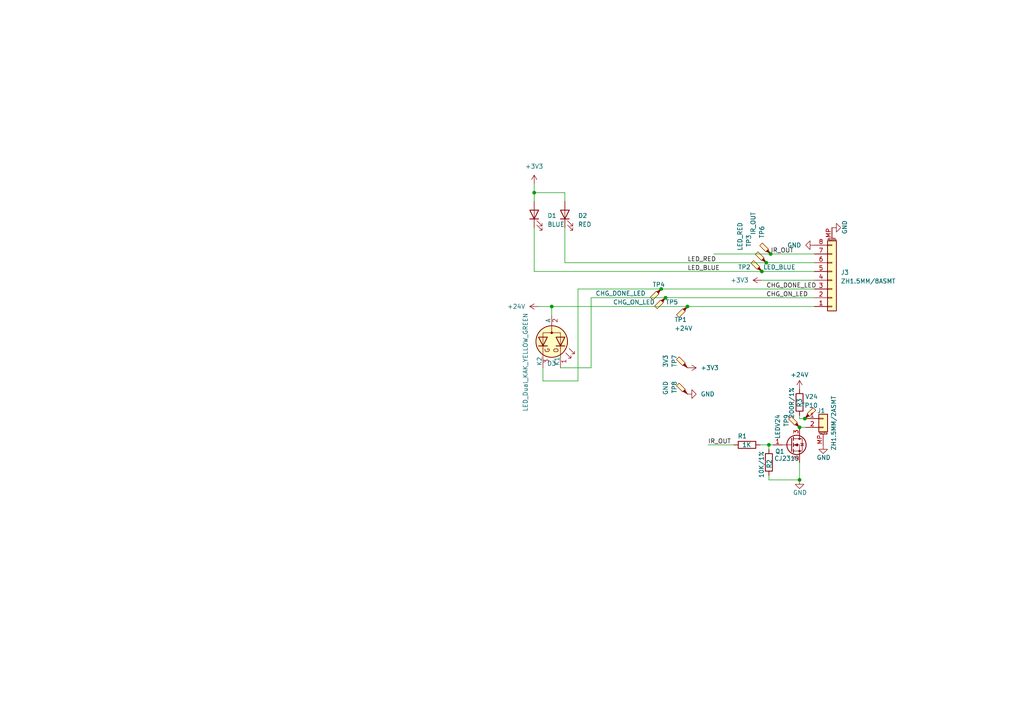
<source format=kicad_sch>
(kicad_sch (version 20230121) (generator eeschema)
  (paper "A4")
  (title_block (title "EHDS-01-LED") (date "2022-11-16") (rev "V0.1"))
  (lib_symbols
    (symbol "Connector:TestPoint_Probe" (pin_numbers hide) (pin_names (offset 0.762) hide)
      (property "Reference" "TP" (at 1.651 5.842 0))
      (property "Value" "TestPoint_Probe" (at 1.651 4.064 0))
      (symbol "TestPoint_Probe_0_1"
        (polyline (pts (xy 1.27 0.762) (xy 0 0) (xy 0.762 1.27) (xy 1.27 0.762)) (fill (type outline)))
        (polyline (pts (xy 1.397 0.635) (xy 0.635 1.397) (xy 2.413 3.175) (xy 3.175 2.413) (xy 1.397 0.635)) (fill (type background)))
      )
      (symbol "TestPoint_Probe_1_1"
        (pin passive line (at 0 0 90) (length 0) (name "1") (number "1"))
      )
    )
    (symbol "Connector_Generic_MountingPin:Conn_01x02_MountingPin" (pin_names (offset 1.016) hide)
      (property "Reference" "J" (at 0 2.54 0))
      (property "Value" "Conn_01x02_MountingPin" (at 1.27 -5.08 0))
      (symbol "Conn_01x02_MountingPin_1_1"
        (rectangle (start -1.27 -2.413) (end 0 -2.667) (stroke (width 0.1524)))
        (rectangle (start -1.27 0.127) (end 0 -0.127) (stroke (width 0.1524)))
        (rectangle (start -1.27 1.27) (end 1.27 -3.81) (stroke (width 0.254)) (fill (type background)))
        (polyline (pts (xy -1.016 -4.572) (xy 1.016 -4.572)) (stroke (width 0.1524)))
        (text "Mounting" (at 0 -4.191 0) (effects (font (size 0.381 0.381))))
        (pin passive line (at -5.08 0 0) (length 3.81) (name "Pin_1") (number "1"))
        (pin passive line (at -5.08 -2.54 0) (length 3.81) (name "Pin_2") (number "2"))
        (pin passive line (at 0 -7.62 90) (length 3.048) (name "MountPin") (number "MP"))
      )
    )
    (symbol "Connector_Generic_MountingPin:Conn_01x08_MountingPin" (pin_names (offset 1.016) hide)
      (property "Reference" "J" (at 0 10.16 0))
      (property "Value" "Conn_01x08_MountingPin" (at 1.27 -12.7 0))
      (symbol "Conn_01x08_MountingPin_1_1"
        (rectangle (start -1.27 -10.033) (end 0 -10.287) (stroke (width 0.1524)))
        (rectangle (start -1.27 -7.493) (end 0 -7.747) (stroke (width 0.1524)))
        (rectangle (start -1.27 -4.953) (end 0 -5.207) (stroke (width 0.1524)))
        (rectangle (start -1.27 -2.413) (end 0 -2.667) (stroke (width 0.1524)))
        (rectangle (start -1.27 0.127) (end 0 -0.127) (stroke (width 0.1524)))
        (rectangle (start -1.27 2.667) (end 0 2.413) (stroke (width 0.1524)))
        (rectangle (start -1.27 5.207) (end 0 4.953) (stroke (width 0.1524)))
        (rectangle (start -1.27 7.747) (end 0 7.493) (stroke (width 0.1524)))
        (rectangle (start -1.27 8.89) (end 1.27 -11.43) (stroke (width 0.254)) (fill (type background)))
        (polyline (pts (xy -1.016 -12.192) (xy 1.016 -12.192)) (stroke (width 0.1524)))
        (text "Mounting" (at 0 -11.811 0) (effects (font (size 0.381 0.381))))
        (pin passive line (at -5.08 7.62 0) (length 3.81) (name "Pin_1") (number "1"))
        (pin passive line (at -5.08 5.08 0) (length 3.81) (name "Pin_2") (number "2"))
        (pin passive line (at -5.08 2.54 0) (length 3.81) (name "Pin_3") (number "3"))
        (pin passive line (at -5.08 0 0) (length 3.81) (name "Pin_4") (number "4"))
        (pin passive line (at -5.08 -2.54 0) (length 3.81) (name "Pin_5") (number "5"))
        (pin passive line (at -5.08 -5.08 0) (length 3.81) (name "Pin_6") (number "6"))
        (pin passive line (at -5.08 -7.62 0) (length 3.81) (name "Pin_7") (number "7"))
        (pin passive line (at -5.08 -10.16 0) (length 3.81) (name "Pin_8") (number "8"))
        (pin passive line (at 0 -15.24 90) (length 3.048) (name "MountPin") (number "MP"))
      )
    )
    (symbol "Device:LED" (pin_numbers hide) (pin_names (offset 1.016) hide)
      (property "Reference" "D" (at 0 2.54 0))
      (property "Value" "LED" (at 0 -2.54 0))
      (symbol "LED_0_1"
        (polyline (pts (xy -1.27 -1.27) (xy -1.27 1.27)) (stroke (width 0.254)))
        (polyline (pts (xy -1.27 0) (xy 1.27 0)))
        (polyline (pts (xy 1.27 -1.27) (xy 1.27 1.27) (xy -1.27 0) (xy 1.27 -1.27)) (stroke (width 0.254)))
        (polyline (pts (xy -3.048 -0.762) (xy -4.572 -2.286) (xy -3.81 -2.286) (xy -4.572 -2.286) (xy -4.572 -1.524)))
        (polyline (pts (xy -1.778 -0.762) (xy -3.302 -2.286) (xy -2.54 -2.286) (xy -3.302 -2.286) (xy -3.302 -1.524)))
      )
      (symbol "LED_1_1"
        (pin passive line (at -3.81 0 0) (length 2.54) (name "K") (number "1"))
        (pin passive line (at 3.81 0 180) (length 2.54) (name "A") (number "2"))
      )
    )
    (symbol "Device:LED_Dual_KAK" (pin_names (offset 0))
      (property "Reference" "D1" (at 6.35 1.3336 90))
      (property "Value" "LED_Dual_KAK_ORANGE_GREEN" (at -7.62 21.59 0))
      (symbol "LED_Dual_KAK_0_0"
        (text "G" (at 2.54 -1.27 0) (effects (font (size 1.27 1.27))))
        (text "O" (at 2.54 1.27 0) (effects (font (size 1.27 1.27))))
      )
      (symbol "LED_Dual_KAK_0_1"
        (circle (center -2.54 0) (radius 0.2794) (fill (type outline)))
        (polyline (pts (xy -4.572 0) (xy -2.54 0)))
        (polyline (pts (xy 1.27 -1.27) (xy 1.27 -3.81)) (stroke (width 0.254)))
        (polyline (pts (xy 1.27 3.81) (xy 1.27 1.27)) (stroke (width 0.254)))
        (polyline (pts (xy 3.81 -2.54) (xy 1.905 -2.54)))
        (polyline (pts (xy 3.81 2.54) (xy 1.905 2.54)))
        (polyline (pts (xy -1.27 -1.27) (xy -1.27 -3.81) (xy 1.27 -2.54) (xy -1.27 -1.27)) (stroke (width 0.254)))
        (polyline (pts (xy -1.27 3.81) (xy -1.27 1.27) (xy 1.27 2.54) (xy -1.27 3.81)) (stroke (width 0.254)))
        (polyline (pts (xy 2.032 2.54) (xy -2.54 2.54) (xy -2.54 -2.54) (xy 2.032 -2.54)))
        (polyline (pts (xy 2.032 5.08) (xy 3.556 6.604) (xy 2.794 6.604) (xy 3.556 6.604) (xy 3.556 5.842)))
        (polyline (pts (xy 3.302 4.064) (xy 4.826 5.588) (xy 4.064 5.588) (xy 4.826 5.588) (xy 4.826 4.826)))
        (circle (center 0 0) (radius 4.572) (stroke (width 0.254)) (fill (type background)))
      )
      (symbol "LED_Dual_KAK_1_1"
        (pin input line (at 7.62 2.54 180) (length 3.81) (name "K1") (number "1"))
        (pin input line (at -7.62 0 0) (length 3.048) (name "A") (number "2"))
        (pin input line (at 7.62 -2.54 180) (length 3.81) (name "K2") (number "3"))
      )
    )
    (symbol "Device:Q_NMOS_GSD" (pin_names (offset 0) hide)
      (property "Reference" "Q" (at 5.08 1.27 0))
      (property "Value" "Q_NMOS_GSD" (at 5.08 -1.27 0))
      (symbol "Q_NMOS_GSD_0_1"
        (polyline (pts (xy 0.254 0) (xy -2.54 0)))
        (polyline (pts (xy 0.254 1.905) (xy 0.254 -1.905)) (stroke (width 0.254)))
        (polyline (pts (xy 0.762 -1.27) (xy 0.762 -2.286)) (stroke (width 0.254)))
        (polyline (pts (xy 0.762 0.508) (xy 0.762 -0.508)) (stroke (width 0.254)))
        (polyline (pts (xy 0.762 2.286) (xy 0.762 1.27)) (stroke (width 0.254)))
        (polyline (pts (xy 2.54 2.54) (xy 2.54 1.778)))
        (polyline (pts (xy 2.54 -2.54) (xy 2.54 0) (xy 0.762 0)))
        (polyline (pts (xy 0.762 -1.778) (xy 3.302 -1.778) (xy 3.302 1.778) (xy 0.762 1.778)))
        (polyline (pts (xy 1.016 0) (xy 2.032 0.381) (xy 2.032 -0.381) (xy 1.016 0)) (fill (type outline)))
        (polyline (pts (xy 2.794 0.508) (xy 2.921 0.381) (xy 3.683 0.381) (xy 3.81 0.254)))
        (polyline (pts (xy 3.302 0.381) (xy 2.921 -0.254) (xy 3.683 -0.254) (xy 3.302 0.381)))
        (circle (center 1.651 0) (radius 2.794) (stroke (width 0.254)))
        (circle (center 2.54 -1.778) (radius 0.254) (fill (type outline)))
        (circle (center 2.54 1.778) (radius 0.254) (fill (type outline)))
      )
      (symbol "Q_NMOS_GSD_1_1"
        (pin input line (at -5.08 0 0) (length 2.54) (name "G") (number "1"))
        (pin passive line (at 2.54 -5.08 90) (length 2.54) (name "S") (number "2"))
        (pin passive line (at 2.54 5.08 270) (length 2.54) (name "D") (number "3"))
      )
    )
    (symbol "Device:R" (pin_numbers hide) (pin_names (offset 0))
      (property "Reference" "R" (at 2.032 0 90))
      (property "Value" "R" (at 0 0 90))
      (symbol "R_0_1"
        (rectangle (start -1.016 -2.54) (end 1.016 2.54) (stroke (width 0.254)))
      )
      (symbol "R_1_1"
        (pin passive line (at 0 3.81 270) (length 1.27) (name "~") (number "1"))
        (pin passive line (at 0 -3.81 90) (length 1.27) (name "~") (number "2"))
      )
    )
    (symbol "power:+24V" (power) (pin_names (offset 0))
      (property "Value" "+24V" (at 0 3.556 0))
      (symbol "+24V_0_1"
        (polyline (pts (xy -0.762 1.27) (xy 0 2.54)))
        (polyline (pts (xy 0 0) (xy 0 2.54)))
        (polyline (pts (xy 0 2.54) (xy 0.762 1.27)))
      )
      (symbol "+24V_1_1"
        (pin power_in line (at 0 0 90) (length 0) hide (name "+24V") (number "1"))
      )
    )
    (symbol "power:+3V3" (power) (pin_names (offset 0))
      (property "Value" "+3V3" (at 0 3.556 0))
      (symbol "+3V3_0_1"
        (polyline (pts (xy -0.762 1.27) (xy 0 2.54)))
        (polyline (pts (xy 0 0) (xy 0 2.54)))
        (polyline (pts (xy 0 2.54) (xy 0.762 1.27)))
      )
      (symbol "+3V3_1_1"
        (pin power_in line (at 0 0 90) (length 0) hide (name "+3V3") (number "1"))
      )
    )
    (symbol "power:GND" (power) (pin_names (offset 0))
      (property "Value" "GND" (at 0 -3.81 0))
      (symbol "GND_0_1"
        (polyline (pts (xy 0 0) (xy 0 -1.27) (xy 1.27 -1.27) (xy 0 -2.54) (xy -1.27 -1.27) (xy 0 -1.27)))
      )
      (symbol "GND_1_1"
        (pin power_in line (at 0 0 270) (length 0) hide (name "GND") (number "1"))
      )
    )
  )
  (junction (at 160.02 88.9))
  (junction (at 222.25 76.2))
  (junction (at 199.39 88.9))
  (junction (at 193.04 86.36))
  (junction (at 223.52 73.66))
  (junction (at 154.94 55.88))
  (junction (at 231.902 123.952))
  (junction (at 191.77 83.82))
  (junction (at 231.902 139.192))
  (junction (at 223.012 129.032))
  (junction (at 220.98 78.74))
  (junction (at 233.426 121.412))
  (wire (pts (xy 193.04 86.36) (xy 236.22 86.36)))
  (wire (pts (xy 154.94 55.88) (xy 154.94 53.34)))
  (wire (pts (xy 205.359 129.032) (xy 212.852 129.032)))
  (wire (pts (xy 223.012 137.922) (xy 223.012 139.192)))
  (wire (pts (xy 154.94 66.04) (xy 154.94 78.74)))
  (wire (pts (xy 171.45 86.36) (xy 193.04 86.36)))
  (wire (pts (xy 154.94 78.74) (xy 220.98 78.74)))
  (wire (pts (xy 163.83 76.2) (xy 222.25 76.2)))
  (wire (pts (xy 157.48 110.49) (xy 167.64 110.49)))
  (wire (pts (xy 171.45 106.68) (xy 171.45 86.36)))
  (wire (pts (xy 223.012 129.032) (xy 224.282 129.032)))
  (wire (pts (xy 233.68 123.952) (xy 231.902 123.952)))
  (wire (pts (xy 167.64 83.82) (xy 191.77 83.82)))
  (wire (pts (xy 157.48 106.68) (xy 157.48 110.49)))
  (wire (pts (xy 233.426 121.412) (xy 231.902 121.412)))
  (wire (pts (xy 156.21 88.9) (xy 160.02 88.9)))
  (wire (pts (xy 231.902 139.192) (xy 231.902 134.112)))
  (wire (pts (xy 154.94 55.88) (xy 163.83 55.88)))
  (wire (pts (xy 163.83 55.88) (xy 163.83 58.42)))
  (wire (pts (xy 163.83 66.04) (xy 163.83 76.2)))
  (wire (pts (xy 167.64 110.49) (xy 167.64 83.82)))
  (wire (pts (xy 160.02 88.9) (xy 199.39 88.9)))
  (wire (pts (xy 160.02 88.9) (xy 160.02 91.44)))
  (wire (pts (xy 223.52 73.66) (xy 236.22 73.66)))
  (wire (pts (xy 223.012 129.032) (xy 223.012 130.302)))
  (wire (pts (xy 154.94 55.88) (xy 154.94 58.42)))
  (wire (pts (xy 233.68 121.412) (xy 233.426 121.412)))
  (wire (pts (xy 191.77 83.82) (xy 236.22 83.82)))
  (wire (pts (xy 231.902 139.192) (xy 223.012 139.192)))
  (wire (pts (xy 220.98 78.74) (xy 236.22 78.74)))
  (wire (pts (xy 220.98 81.28) (xy 236.22 81.28)))
  (wire (pts (xy 162.56 106.68) (xy 171.45 106.68)))
  (wire (pts (xy 220.472 129.032) (xy 223.012 129.032)))
  (wire (pts (xy 199.39 88.9) (xy 236.22 88.9)))
  (wire (pts (xy 222.25 76.2) (xy 236.22 76.2)))
  (wire (pts (xy 207.01 73.66) (xy 223.52 73.66)))
  (wire (pts (xy 231.902 121.412) (xy 231.902 120.523)))
  (label "IR_OUT" (at 205.359 129.032 0))
  (label "CHG_DONE_LED" (at 222.25 83.82 0))
  (label "LED_BLUE" (at 199.39 78.74 0))
  (label "LED_RED" (at 199.39 76.2 0))
  (label "IR_OUT" (at 223.52 73.66 0))
  (label "CHG_ON_LED" (at 222.25 86.36 0))
  (symbol (lib_id "Device:Q_NMOS_GSD") (at 229.362 129.032 0) (unit 1)
    (property "Reference" "Q1" (at 224.79 130.937 0) (effects (justify left)))
    (property "Value" "CJ2310" (at 224.536 132.969 0) (effects (justify left)))
    (property "Footprint" "Package_TO_SOT_SMD:SOT-23" (effects hide))
  )
  (symbol (lib_id "power:+24V") (at 156.21 88.9 90) (unit 1)
    (property "Reference" "#PWR0104" (effects hide))
    (property "Value" "+24V" (at 152.4 88.8999 90) (effects (justify left)))
  )
  (symbol (lib_id "power:GND") (at 231.902 139.192 0) (unit 1)
    (property "Reference" "#PWR02" (effects hide))
    (property "Value" "GND" (at 232.029 142.875 0))
  )
  (symbol (lib_id "power:GND") (at 238.76 129.032 0) (unit 1)
    (property "Reference" "#PWR03" (effects hide))
    (property "Value" "GND" (at 238.887 132.715 0))
  )
  (symbol (lib_id "power:GND") (at 241.3 66.04 90) (unit 1)
    (property "Reference" "#PWR04" (effects hide))
    (property "Value" "GND" (at 244.983 65.913 0))
  )
  (symbol (lib_id "Device:LED_Dual_KAK") (at 160.02 99.06 270) (unit 1)
    (property "Reference" "D3" (at 161.3536 105.41 90) (effects (justify right)))
    (property "Value" "LED_Dual_KAK_YELLOW_GREEN" (at 152.4 119.38 0) (effects (justify right)))
    (property "Footprint" "Ovo_LED_SMD:LED_Dual_1.6x1.5mm" (effects hide))
  )
  (symbol (lib_id "Device:LED") (at 154.94 62.23 90) (unit 1)
    (property "Reference" "D1" (at 158.75 62.5474 90) (effects (justify right)))
    (property "Value" "BLUE" (at 158.75 65.0874 90) (effects (justify right)))
    (property "Footprint" "LED_SMD:LED_0603_1608Metric" (effects hide))
  )
  (symbol (lib_id "Device:LED") (at 163.83 62.23 90) (unit 1)
    (property "Reference" "D2" (at 167.64 62.5474 90) (effects (justify right)))
    (property "Value" "RED" (at 167.64 65.0874 90) (effects (justify right)))
    (property "Footprint" "LED_SMD:LED_0603_1608Metric" (effects hide))
  )
  (symbol (lib_id "Connector:TestPoint_Probe") (at 199.39 114.3 90) (unit 1)
    (property "Reference" "TP8" (at 195.58 110.49 0) (effects (justify right)))
    (property "Value" "GND" (at 193.04 110.49 0) (effects (justify right)))
    (property "Footprint" "TestPoint:TestPoint_Pad_D1.0mm" (effects hide))
  )
  (symbol (lib_id "Connector:TestPoint_Probe") (at 199.39 88.9 180) (unit 1)
    (property "Reference" "TP1" (at 195.58 92.71 0) (effects (justify right)))
    (property "Value" "+24V" (at 195.58 95.25 0) (effects (justify right)))
    (property "Footprint" "TestPoint:TestPoint_Pad_D1.0mm" (effects hide))
  )
  (symbol (lib_id "Connector:TestPoint_Probe") (at 231.902 123.952 90) (unit 1)
    (property "Reference" "TP9" (at 228.092 120.142 0) (effects (justify right)))
    (property "Value" "LEDV24" (at 225.552 120.142 0) (effects (justify right)))
    (property "Footprint" "TestPoint:TestPoint_Pad_D1.0mm" (effects hide))
  )
  (symbol (lib_id "power:GND") (at 236.22 71.12 270) (unit 1)
    (property "Reference" "#PWR0103" (effects hide))
    (property "Value" "GND" (at 232.41 71.1199 90) (effects (justify right)))
  )
  (symbol (lib_id "Device:R") (at 216.662 129.032 90) (unit 1)
    (property "Reference" "R1" (at 216.662 126.492 90) (effects (justify left)))
    (property "Value" "1K" (at 217.932 129.032 90) (effects (justify left)))
    (property "Footprint" "Resistor_SMD:R_0603_1608Metric" (effects hide))
  )
  (symbol (lib_id "power:GND") (at 199.39 114.3 90) (unit 1)
    (property "Reference" "#PWR0108" (effects hide))
    (property "Value" "GND" (at 203.2 114.2999 90) (effects (justify right)))
  )
  (symbol (lib_id "Connector:TestPoint_Probe") (at 223.52 73.66 90) (unit 1)
    (property "Reference" "TP6" (at 220.98 67.31 0))
    (property "Value" "IR_OUT" (at 218.44 64.77 0))
    (property "Footprint" "TestPoint:TestPoint_Pad_D1.0mm" (effects hide))
  )
  (symbol (lib_id "Connector:TestPoint_Probe") (at 193.04 86.36 180) (unit 1)
    (property "Reference" "TP5" (at 193.04 87.63 0) (effects (justify right)))
    (property "Value" "CHG_ON_LED" (at 177.8 87.63 0) (effects (justify right)))
    (property "Footprint" "TestPoint:TestPoint_Pad_D1.0mm" (effects hide))
  )
  (symbol (lib_id "Connector:TestPoint_Probe") (at 220.98 78.74 90) (unit 1)
    (property "Reference" "TP2" (at 215.9 77.47 90))
    (property "Value" "LED_BLUE" (at 226.06 77.47 90))
    (property "Footprint" "TestPoint:TestPoint_Pad_D1.0mm" (effects hide))
  )
  (symbol (lib_id "Device:R") (at 231.902 116.713 0) (unit 1)
    (property "Reference" "R3" (at 231.902 116.84 90))
    (property "Value" "200R/1%" (at 229.616 116.84 90))
    (property "Footprint" "Resistor_SMD:R_0805_2012Metric" (effects hide))
  )
  (symbol (lib_id "power:+3V3") (at 199.39 106.68 270) (unit 1)
    (property "Reference" "#PWR0107" (effects hide))
    (property "Value" "+3V3" (at 203.2 106.6799 90) (effects (justify left)))
  )
  (symbol (lib_id "Connector:TestPoint_Probe") (at 199.39 106.68 90) (unit 1)
    (property "Reference" "TP7" (at 195.58 102.87 0) (effects (justify right)))
    (property "Value" "3V3" (at 193.04 102.87 0) (effects (justify right)))
    (property "Footprint" "TestPoint:TestPoint_Pad_D1.0mm" (effects hide))
  )
  (symbol (lib_id "power:+3V3") (at 220.98 81.28 90) (unit 1)
    (property "Reference" "#PWR0105" (effects hide))
    (property "Value" "+3V3" (at 217.17 81.2799 90) (effects (justify left)))
  )
  (symbol (lib_id "Connector_Generic_MountingPin:Conn_01x08_MountingPin") (at 241.3 81.28 0) (mirror x) (unit 1)
    (property "Reference" "J3" (at 243.84 79.0194 0) (effects (justify left)))
    (property "Value" "ZH1.5MM/8ASMT" (at 243.84 81.5594 0) (effects (justify left)))
    (property "Footprint" "Ovo_Connector_JST:JST_ZH_B8B-ZR-SM4-TF_1x08-1MP_P1.50mm_Vertical" (effects hide))
  )
  (symbol (lib_id "power:+24V") (at 231.902 112.903 0) (unit 1)
    (property "Reference" "#PWR01" (effects hide))
    (property "Value" "+24V" (at 231.902 108.712 0))
  )
  (symbol (lib_id "Device:R") (at 223.012 134.112 0) (unit 1)
    (property "Reference" "R2" (at 223.139 135.89 90) (effects (justify left)))
    (property "Value" "10K/1%" (at 220.853 138.684 90) (effects (justify left)))
    (property "Footprint" "Resistor_SMD:R_0603_1608Metric" (effects hide))
  )
  (symbol (lib_id "Connector:TestPoint_Probe") (at 233.426 121.412 0) (unit 1)
    (property "Reference" "TP10" (at 237.236 117.602 0) (effects (justify right)))
    (property "Value" "V24" (at 237.236 115.062 0) (effects (justify right)))
    (property "Footprint" "TestPoint:TestPoint_Pad_D1.0mm" (effects hide))
  )
  (symbol (lib_id "Connector:TestPoint_Probe") (at 222.25 76.2 90) (unit 1)
    (property "Reference" "TP3" (at 217.17 69.85 0))
    (property "Value" "LED_RED" (at 214.63 68.58 0))
    (property "Footprint" "TestPoint:TestPoint_Pad_D1.0mm" (effects hide))
  )
  (symbol (lib_id "Connector_Generic_MountingPin:Conn_01x02_MountingPin") (at 238.76 121.412 0) (unit 1)
    (property "Reference" "J1" (at 236.982 119.126 0) (effects (justify left)))
    (property "Value" "ZH1.5MM/2ASMT" (at 241.808 130.683 90) (effects (justify left)))
    (property "Footprint" "Ovo_Connector_JST:JST_ZH_B2B-ZR-SM4-TF_1x02-1MP_P1.50mm_Vertical" (effects hide))
  )
  (symbol (lib_id "Connector:TestPoint_Probe") (at 191.77 83.82 180) (unit 1)
    (property "Reference" "TP4" (at 189.23 82.55 0) (effects (justify right)))
    (property "Value" "CHG_DONE_LED" (at 172.72 85.09 0) (effects (justify right)))
    (property "Footprint" "TestPoint:TestPoint_Pad_D1.0mm" (effects hide))
  )
  (symbol (lib_id "power:+3V3") (at 154.94 53.34 0) (unit 1)
    (property "Reference" "#PWR0106" (effects hide))
    (property "Value" "+3V3" (at 154.94 48.26 0))
  )
)
</source>
